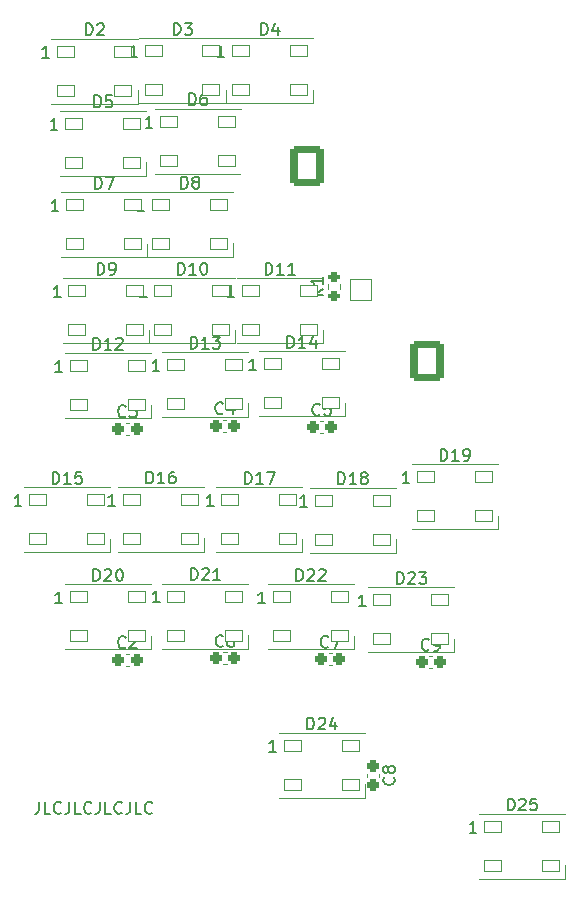
<source format=gbr>
%TF.GenerationSoftware,KiCad,Pcbnew,(6.0.9)*%
%TF.CreationDate,2023-04-01T14:25:18-08:00*%
%TF.ProjectId,LDG WING FOLD PLACARD,4c444720-5749-44e4-9720-464f4c442050,3*%
%TF.SameCoordinates,Original*%
%TF.FileFunction,Legend,Top*%
%TF.FilePolarity,Positive*%
%FSLAX46Y46*%
G04 Gerber Fmt 4.6, Leading zero omitted, Abs format (unit mm)*
G04 Created by KiCad (PCBNEW (6.0.9)) date 2023-04-01 14:25:18*
%MOMM*%
%LPD*%
G01*
G04 APERTURE LIST*
G04 Aperture macros list*
%AMRoundRect*
0 Rectangle with rounded corners*
0 $1 Rounding radius*
0 $2 $3 $4 $5 $6 $7 $8 $9 X,Y pos of 4 corners*
0 Add a 4 corners polygon primitive as box body*
4,1,4,$2,$3,$4,$5,$6,$7,$8,$9,$2,$3,0*
0 Add four circle primitives for the rounded corners*
1,1,$1+$1,$2,$3*
1,1,$1+$1,$4,$5*
1,1,$1+$1,$6,$7*
1,1,$1+$1,$8,$9*
0 Add four rect primitives between the rounded corners*
20,1,$1+$1,$2,$3,$4,$5,0*
20,1,$1+$1,$4,$5,$6,$7,0*
20,1,$1+$1,$6,$7,$8,$9,0*
20,1,$1+$1,$8,$9,$2,$3,0*%
G04 Aperture macros list end*
%ADD10C,0.150000*%
%ADD11C,0.120000*%
%ADD12C,4.400000*%
%ADD13RoundRect,0.275000X-0.225000X-0.250000X0.225000X-0.250000X0.225000X0.250000X-0.225000X0.250000X0*%
%ADD14RoundRect,0.275000X-0.250000X0.225000X-0.250000X-0.225000X0.250000X-0.225000X0.250000X0.225000X0*%
%ADD15RoundRect,0.050000X-0.750000X-0.450000X0.750000X-0.450000X0.750000X0.450000X-0.750000X0.450000X0*%
%ADD16RoundRect,0.250000X0.275000X-0.200000X0.275000X0.200000X-0.275000X0.200000X-0.275000X-0.200000X0*%
%ADD17C,1.900000*%
%ADD18RoundRect,0.050000X-0.900000X-0.900000X0.900000X-0.900000X0.900000X0.900000X-0.900000X0.900000X0*%
%ADD19O,2.800000X3.400000*%
%ADD20RoundRect,0.300001X1.099999X1.399999X-1.099999X1.399999X-1.099999X-1.399999X1.099999X-1.399999X0*%
G04 APERTURE END LIST*
D10*
X149050952Y-100036380D02*
X149050952Y-100750666D01*
X149003333Y-100893523D01*
X148908095Y-100988761D01*
X148765238Y-101036380D01*
X148670000Y-101036380D01*
X150003333Y-101036380D02*
X149527142Y-101036380D01*
X149527142Y-100036380D01*
X150908095Y-100941142D02*
X150860476Y-100988761D01*
X150717619Y-101036380D01*
X150622380Y-101036380D01*
X150479523Y-100988761D01*
X150384285Y-100893523D01*
X150336666Y-100798285D01*
X150289047Y-100607809D01*
X150289047Y-100464952D01*
X150336666Y-100274476D01*
X150384285Y-100179238D01*
X150479523Y-100084000D01*
X150622380Y-100036380D01*
X150717619Y-100036380D01*
X150860476Y-100084000D01*
X150908095Y-100131619D01*
X151622380Y-100036380D02*
X151622380Y-100750666D01*
X151574761Y-100893523D01*
X151479523Y-100988761D01*
X151336666Y-101036380D01*
X151241428Y-101036380D01*
X152574761Y-101036380D02*
X152098571Y-101036380D01*
X152098571Y-100036380D01*
X153479523Y-100941142D02*
X153431904Y-100988761D01*
X153289047Y-101036380D01*
X153193809Y-101036380D01*
X153050952Y-100988761D01*
X152955714Y-100893523D01*
X152908095Y-100798285D01*
X152860476Y-100607809D01*
X152860476Y-100464952D01*
X152908095Y-100274476D01*
X152955714Y-100179238D01*
X153050952Y-100084000D01*
X153193809Y-100036380D01*
X153289047Y-100036380D01*
X153431904Y-100084000D01*
X153479523Y-100131619D01*
X154193809Y-100036380D02*
X154193809Y-100750666D01*
X154146190Y-100893523D01*
X154050952Y-100988761D01*
X153908095Y-101036380D01*
X153812857Y-101036380D01*
X155146190Y-101036380D02*
X154670000Y-101036380D01*
X154670000Y-100036380D01*
X156050952Y-100941142D02*
X156003333Y-100988761D01*
X155860476Y-101036380D01*
X155765238Y-101036380D01*
X155622380Y-100988761D01*
X155527142Y-100893523D01*
X155479523Y-100798285D01*
X155431904Y-100607809D01*
X155431904Y-100464952D01*
X155479523Y-100274476D01*
X155527142Y-100179238D01*
X155622380Y-100084000D01*
X155765238Y-100036380D01*
X155860476Y-100036380D01*
X156003333Y-100084000D01*
X156050952Y-100131619D01*
X156765238Y-100036380D02*
X156765238Y-100750666D01*
X156717619Y-100893523D01*
X156622380Y-100988761D01*
X156479523Y-101036380D01*
X156384285Y-101036380D01*
X157717619Y-101036380D02*
X157241428Y-101036380D01*
X157241428Y-100036380D01*
X158622380Y-100941142D02*
X158574761Y-100988761D01*
X158431904Y-101036380D01*
X158336666Y-101036380D01*
X158193809Y-100988761D01*
X158098571Y-100893523D01*
X158050952Y-100798285D01*
X158003333Y-100607809D01*
X158003333Y-100464952D01*
X158050952Y-100274476D01*
X158098571Y-100179238D01*
X158193809Y-100084000D01*
X158336666Y-100036380D01*
X158431904Y-100036380D01*
X158574761Y-100084000D01*
X158622380Y-100131619D01*
%TO.C,C2*%
X156370833Y-86927142D02*
X156323214Y-86974761D01*
X156180357Y-87022380D01*
X156085119Y-87022380D01*
X155942261Y-86974761D01*
X155847023Y-86879523D01*
X155799404Y-86784285D01*
X155751785Y-86593809D01*
X155751785Y-86450952D01*
X155799404Y-86260476D01*
X155847023Y-86165238D01*
X155942261Y-86070000D01*
X156085119Y-86022380D01*
X156180357Y-86022380D01*
X156323214Y-86070000D01*
X156370833Y-86117619D01*
X156751785Y-86117619D02*
X156799404Y-86070000D01*
X156894642Y-86022380D01*
X157132738Y-86022380D01*
X157227976Y-86070000D01*
X157275595Y-86117619D01*
X157323214Y-86212857D01*
X157323214Y-86308095D01*
X157275595Y-86450952D01*
X156704166Y-87022380D01*
X157323214Y-87022380D01*
%TO.C,C3*%
X156370833Y-67377142D02*
X156323214Y-67424761D01*
X156180357Y-67472380D01*
X156085119Y-67472380D01*
X155942261Y-67424761D01*
X155847023Y-67329523D01*
X155799404Y-67234285D01*
X155751785Y-67043809D01*
X155751785Y-66900952D01*
X155799404Y-66710476D01*
X155847023Y-66615238D01*
X155942261Y-66520000D01*
X156085119Y-66472380D01*
X156180357Y-66472380D01*
X156323214Y-66520000D01*
X156370833Y-66567619D01*
X156704166Y-66472380D02*
X157323214Y-66472380D01*
X156989880Y-66853333D01*
X157132738Y-66853333D01*
X157227976Y-66900952D01*
X157275595Y-66948571D01*
X157323214Y-67043809D01*
X157323214Y-67281904D01*
X157275595Y-67377142D01*
X157227976Y-67424761D01*
X157132738Y-67472380D01*
X156847023Y-67472380D01*
X156751785Y-67424761D01*
X156704166Y-67377142D01*
%TO.C,C4*%
X164605833Y-67117142D02*
X164558214Y-67164761D01*
X164415357Y-67212380D01*
X164320119Y-67212380D01*
X164177261Y-67164761D01*
X164082023Y-67069523D01*
X164034404Y-66974285D01*
X163986785Y-66783809D01*
X163986785Y-66640952D01*
X164034404Y-66450476D01*
X164082023Y-66355238D01*
X164177261Y-66260000D01*
X164320119Y-66212380D01*
X164415357Y-66212380D01*
X164558214Y-66260000D01*
X164605833Y-66307619D01*
X165462976Y-66545714D02*
X165462976Y-67212380D01*
X165224880Y-66164761D02*
X164986785Y-66879047D01*
X165605833Y-66879047D01*
%TO.C,C5*%
X172815833Y-67227142D02*
X172768214Y-67274761D01*
X172625357Y-67322380D01*
X172530119Y-67322380D01*
X172387261Y-67274761D01*
X172292023Y-67179523D01*
X172244404Y-67084285D01*
X172196785Y-66893809D01*
X172196785Y-66750952D01*
X172244404Y-66560476D01*
X172292023Y-66465238D01*
X172387261Y-66370000D01*
X172530119Y-66322380D01*
X172625357Y-66322380D01*
X172768214Y-66370000D01*
X172815833Y-66417619D01*
X173720595Y-66322380D02*
X173244404Y-66322380D01*
X173196785Y-66798571D01*
X173244404Y-66750952D01*
X173339642Y-66703333D01*
X173577738Y-66703333D01*
X173672976Y-66750952D01*
X173720595Y-66798571D01*
X173768214Y-66893809D01*
X173768214Y-67131904D01*
X173720595Y-67227142D01*
X173672976Y-67274761D01*
X173577738Y-67322380D01*
X173339642Y-67322380D01*
X173244404Y-67274761D01*
X173196785Y-67227142D01*
%TO.C,C6*%
X164615833Y-86807142D02*
X164568214Y-86854761D01*
X164425357Y-86902380D01*
X164330119Y-86902380D01*
X164187261Y-86854761D01*
X164092023Y-86759523D01*
X164044404Y-86664285D01*
X163996785Y-86473809D01*
X163996785Y-86330952D01*
X164044404Y-86140476D01*
X164092023Y-86045238D01*
X164187261Y-85950000D01*
X164330119Y-85902380D01*
X164425357Y-85902380D01*
X164568214Y-85950000D01*
X164615833Y-85997619D01*
X165472976Y-85902380D02*
X165282500Y-85902380D01*
X165187261Y-85950000D01*
X165139642Y-85997619D01*
X165044404Y-86140476D01*
X164996785Y-86330952D01*
X164996785Y-86711904D01*
X165044404Y-86807142D01*
X165092023Y-86854761D01*
X165187261Y-86902380D01*
X165377738Y-86902380D01*
X165472976Y-86854761D01*
X165520595Y-86807142D01*
X165568214Y-86711904D01*
X165568214Y-86473809D01*
X165520595Y-86378571D01*
X165472976Y-86330952D01*
X165377738Y-86283333D01*
X165187261Y-86283333D01*
X165092023Y-86330952D01*
X165044404Y-86378571D01*
X164996785Y-86473809D01*
%TO.C,C7*%
X173535833Y-86887142D02*
X173488214Y-86934761D01*
X173345357Y-86982380D01*
X173250119Y-86982380D01*
X173107261Y-86934761D01*
X173012023Y-86839523D01*
X172964404Y-86744285D01*
X172916785Y-86553809D01*
X172916785Y-86410952D01*
X172964404Y-86220476D01*
X173012023Y-86125238D01*
X173107261Y-86030000D01*
X173250119Y-85982380D01*
X173345357Y-85982380D01*
X173488214Y-86030000D01*
X173535833Y-86077619D01*
X173869166Y-85982380D02*
X174535833Y-85982380D01*
X174107261Y-86982380D01*
%TO.C,C8*%
X179087142Y-97956666D02*
X179134761Y-98004285D01*
X179182380Y-98147142D01*
X179182380Y-98242380D01*
X179134761Y-98385238D01*
X179039523Y-98480476D01*
X178944285Y-98528095D01*
X178753809Y-98575714D01*
X178610952Y-98575714D01*
X178420476Y-98528095D01*
X178325238Y-98480476D01*
X178230000Y-98385238D01*
X178182380Y-98242380D01*
X178182380Y-98147142D01*
X178230000Y-98004285D01*
X178277619Y-97956666D01*
X178610952Y-97385238D02*
X178563333Y-97480476D01*
X178515714Y-97528095D01*
X178420476Y-97575714D01*
X178372857Y-97575714D01*
X178277619Y-97528095D01*
X178230000Y-97480476D01*
X178182380Y-97385238D01*
X178182380Y-97194761D01*
X178230000Y-97099523D01*
X178277619Y-97051904D01*
X178372857Y-97004285D01*
X178420476Y-97004285D01*
X178515714Y-97051904D01*
X178563333Y-97099523D01*
X178610952Y-97194761D01*
X178610952Y-97385238D01*
X178658571Y-97480476D01*
X178706190Y-97528095D01*
X178801428Y-97575714D01*
X178991904Y-97575714D01*
X179087142Y-97528095D01*
X179134761Y-97480476D01*
X179182380Y-97385238D01*
X179182380Y-97194761D01*
X179134761Y-97099523D01*
X179087142Y-97051904D01*
X178991904Y-97004285D01*
X178801428Y-97004285D01*
X178706190Y-97051904D01*
X178658571Y-97099523D01*
X178610952Y-97194761D01*
%TO.C,C9*%
X182055833Y-87127142D02*
X182008214Y-87174761D01*
X181865357Y-87222380D01*
X181770119Y-87222380D01*
X181627261Y-87174761D01*
X181532023Y-87079523D01*
X181484404Y-86984285D01*
X181436785Y-86793809D01*
X181436785Y-86650952D01*
X181484404Y-86460476D01*
X181532023Y-86365238D01*
X181627261Y-86270000D01*
X181770119Y-86222380D01*
X181865357Y-86222380D01*
X182008214Y-86270000D01*
X182055833Y-86317619D01*
X182532023Y-87222380D02*
X182722500Y-87222380D01*
X182817738Y-87174761D01*
X182865357Y-87127142D01*
X182960595Y-86984285D01*
X183008214Y-86793809D01*
X183008214Y-86412857D01*
X182960595Y-86317619D01*
X182912976Y-86270000D01*
X182817738Y-86222380D01*
X182627261Y-86222380D01*
X182532023Y-86270000D01*
X182484404Y-86317619D01*
X182436785Y-86412857D01*
X182436785Y-86650952D01*
X182484404Y-86746190D01*
X182532023Y-86793809D01*
X182627261Y-86841428D01*
X182817738Y-86841428D01*
X182912976Y-86793809D01*
X182960595Y-86746190D01*
X183008214Y-86650952D01*
%TO.C,D2*%
X153011904Y-35127380D02*
X153011904Y-34127380D01*
X153250000Y-34127380D01*
X153392857Y-34175000D01*
X153488095Y-34270238D01*
X153535714Y-34365476D01*
X153583333Y-34555952D01*
X153583333Y-34698809D01*
X153535714Y-34889285D01*
X153488095Y-34984523D01*
X153392857Y-35079761D01*
X153250000Y-35127380D01*
X153011904Y-35127380D01*
X153964285Y-34222619D02*
X154011904Y-34175000D01*
X154107142Y-34127380D01*
X154345238Y-34127380D01*
X154440476Y-34175000D01*
X154488095Y-34222619D01*
X154535714Y-34317857D01*
X154535714Y-34413095D01*
X154488095Y-34555952D01*
X153916666Y-35127380D01*
X154535714Y-35127380D01*
X149885714Y-37027380D02*
X149314285Y-37027380D01*
X149600000Y-37027380D02*
X149600000Y-36027380D01*
X149504761Y-36170238D01*
X149409523Y-36265476D01*
X149314285Y-36313095D01*
%TO.C,D3*%
X160461904Y-35102380D02*
X160461904Y-34102380D01*
X160700000Y-34102380D01*
X160842857Y-34150000D01*
X160938095Y-34245238D01*
X160985714Y-34340476D01*
X161033333Y-34530952D01*
X161033333Y-34673809D01*
X160985714Y-34864285D01*
X160938095Y-34959523D01*
X160842857Y-35054761D01*
X160700000Y-35102380D01*
X160461904Y-35102380D01*
X161366666Y-34102380D02*
X161985714Y-34102380D01*
X161652380Y-34483333D01*
X161795238Y-34483333D01*
X161890476Y-34530952D01*
X161938095Y-34578571D01*
X161985714Y-34673809D01*
X161985714Y-34911904D01*
X161938095Y-35007142D01*
X161890476Y-35054761D01*
X161795238Y-35102380D01*
X161509523Y-35102380D01*
X161414285Y-35054761D01*
X161366666Y-35007142D01*
X157335714Y-37002380D02*
X156764285Y-37002380D01*
X157050000Y-37002380D02*
X157050000Y-36002380D01*
X156954761Y-36145238D01*
X156859523Y-36240476D01*
X156764285Y-36288095D01*
%TO.C,D4*%
X167861904Y-35102380D02*
X167861904Y-34102380D01*
X168100000Y-34102380D01*
X168242857Y-34150000D01*
X168338095Y-34245238D01*
X168385714Y-34340476D01*
X168433333Y-34530952D01*
X168433333Y-34673809D01*
X168385714Y-34864285D01*
X168338095Y-34959523D01*
X168242857Y-35054761D01*
X168100000Y-35102380D01*
X167861904Y-35102380D01*
X169290476Y-34435714D02*
X169290476Y-35102380D01*
X169052380Y-34054761D02*
X168814285Y-34769047D01*
X169433333Y-34769047D01*
X164735714Y-37002380D02*
X164164285Y-37002380D01*
X164450000Y-37002380D02*
X164450000Y-36002380D01*
X164354761Y-36145238D01*
X164259523Y-36240476D01*
X164164285Y-36288095D01*
%TO.C,D5*%
X153736904Y-41227380D02*
X153736904Y-40227380D01*
X153975000Y-40227380D01*
X154117857Y-40275000D01*
X154213095Y-40370238D01*
X154260714Y-40465476D01*
X154308333Y-40655952D01*
X154308333Y-40798809D01*
X154260714Y-40989285D01*
X154213095Y-41084523D01*
X154117857Y-41179761D01*
X153975000Y-41227380D01*
X153736904Y-41227380D01*
X155213095Y-40227380D02*
X154736904Y-40227380D01*
X154689285Y-40703571D01*
X154736904Y-40655952D01*
X154832142Y-40608333D01*
X155070238Y-40608333D01*
X155165476Y-40655952D01*
X155213095Y-40703571D01*
X155260714Y-40798809D01*
X155260714Y-41036904D01*
X155213095Y-41132142D01*
X155165476Y-41179761D01*
X155070238Y-41227380D01*
X154832142Y-41227380D01*
X154736904Y-41179761D01*
X154689285Y-41132142D01*
X150610714Y-43127380D02*
X150039285Y-43127380D01*
X150325000Y-43127380D02*
X150325000Y-42127380D01*
X150229761Y-42270238D01*
X150134523Y-42365476D01*
X150039285Y-42413095D01*
%TO.C,D6*%
X161761904Y-41052380D02*
X161761904Y-40052380D01*
X162000000Y-40052380D01*
X162142857Y-40100000D01*
X162238095Y-40195238D01*
X162285714Y-40290476D01*
X162333333Y-40480952D01*
X162333333Y-40623809D01*
X162285714Y-40814285D01*
X162238095Y-40909523D01*
X162142857Y-41004761D01*
X162000000Y-41052380D01*
X161761904Y-41052380D01*
X163190476Y-40052380D02*
X163000000Y-40052380D01*
X162904761Y-40100000D01*
X162857142Y-40147619D01*
X162761904Y-40290476D01*
X162714285Y-40480952D01*
X162714285Y-40861904D01*
X162761904Y-40957142D01*
X162809523Y-41004761D01*
X162904761Y-41052380D01*
X163095238Y-41052380D01*
X163190476Y-41004761D01*
X163238095Y-40957142D01*
X163285714Y-40861904D01*
X163285714Y-40623809D01*
X163238095Y-40528571D01*
X163190476Y-40480952D01*
X163095238Y-40433333D01*
X162904761Y-40433333D01*
X162809523Y-40480952D01*
X162761904Y-40528571D01*
X162714285Y-40623809D01*
X158635714Y-42952380D02*
X158064285Y-42952380D01*
X158350000Y-42952380D02*
X158350000Y-41952380D01*
X158254761Y-42095238D01*
X158159523Y-42190476D01*
X158064285Y-42238095D01*
%TO.C,D7*%
X153811904Y-48127380D02*
X153811904Y-47127380D01*
X154050000Y-47127380D01*
X154192857Y-47175000D01*
X154288095Y-47270238D01*
X154335714Y-47365476D01*
X154383333Y-47555952D01*
X154383333Y-47698809D01*
X154335714Y-47889285D01*
X154288095Y-47984523D01*
X154192857Y-48079761D01*
X154050000Y-48127380D01*
X153811904Y-48127380D01*
X154716666Y-47127380D02*
X155383333Y-47127380D01*
X154954761Y-48127380D01*
X150685714Y-50027380D02*
X150114285Y-50027380D01*
X150400000Y-50027380D02*
X150400000Y-49027380D01*
X150304761Y-49170238D01*
X150209523Y-49265476D01*
X150114285Y-49313095D01*
%TO.C,D8*%
X161086904Y-48102380D02*
X161086904Y-47102380D01*
X161325000Y-47102380D01*
X161467857Y-47150000D01*
X161563095Y-47245238D01*
X161610714Y-47340476D01*
X161658333Y-47530952D01*
X161658333Y-47673809D01*
X161610714Y-47864285D01*
X161563095Y-47959523D01*
X161467857Y-48054761D01*
X161325000Y-48102380D01*
X161086904Y-48102380D01*
X162229761Y-47530952D02*
X162134523Y-47483333D01*
X162086904Y-47435714D01*
X162039285Y-47340476D01*
X162039285Y-47292857D01*
X162086904Y-47197619D01*
X162134523Y-47150000D01*
X162229761Y-47102380D01*
X162420238Y-47102380D01*
X162515476Y-47150000D01*
X162563095Y-47197619D01*
X162610714Y-47292857D01*
X162610714Y-47340476D01*
X162563095Y-47435714D01*
X162515476Y-47483333D01*
X162420238Y-47530952D01*
X162229761Y-47530952D01*
X162134523Y-47578571D01*
X162086904Y-47626190D01*
X162039285Y-47721428D01*
X162039285Y-47911904D01*
X162086904Y-48007142D01*
X162134523Y-48054761D01*
X162229761Y-48102380D01*
X162420238Y-48102380D01*
X162515476Y-48054761D01*
X162563095Y-48007142D01*
X162610714Y-47911904D01*
X162610714Y-47721428D01*
X162563095Y-47626190D01*
X162515476Y-47578571D01*
X162420238Y-47530952D01*
X157960714Y-50002380D02*
X157389285Y-50002380D01*
X157675000Y-50002380D02*
X157675000Y-49002380D01*
X157579761Y-49145238D01*
X157484523Y-49240476D01*
X157389285Y-49288095D01*
%TO.C,D9*%
X154011904Y-55402380D02*
X154011904Y-54402380D01*
X154250000Y-54402380D01*
X154392857Y-54450000D01*
X154488095Y-54545238D01*
X154535714Y-54640476D01*
X154583333Y-54830952D01*
X154583333Y-54973809D01*
X154535714Y-55164285D01*
X154488095Y-55259523D01*
X154392857Y-55354761D01*
X154250000Y-55402380D01*
X154011904Y-55402380D01*
X155059523Y-55402380D02*
X155250000Y-55402380D01*
X155345238Y-55354761D01*
X155392857Y-55307142D01*
X155488095Y-55164285D01*
X155535714Y-54973809D01*
X155535714Y-54592857D01*
X155488095Y-54497619D01*
X155440476Y-54450000D01*
X155345238Y-54402380D01*
X155154761Y-54402380D01*
X155059523Y-54450000D01*
X155011904Y-54497619D01*
X154964285Y-54592857D01*
X154964285Y-54830952D01*
X155011904Y-54926190D01*
X155059523Y-54973809D01*
X155154761Y-55021428D01*
X155345238Y-55021428D01*
X155440476Y-54973809D01*
X155488095Y-54926190D01*
X155535714Y-54830952D01*
X150885714Y-57302380D02*
X150314285Y-57302380D01*
X150600000Y-57302380D02*
X150600000Y-56302380D01*
X150504761Y-56445238D01*
X150409523Y-56540476D01*
X150314285Y-56588095D01*
%TO.C,D10*%
X160810714Y-55402380D02*
X160810714Y-54402380D01*
X161048809Y-54402380D01*
X161191666Y-54450000D01*
X161286904Y-54545238D01*
X161334523Y-54640476D01*
X161382142Y-54830952D01*
X161382142Y-54973809D01*
X161334523Y-55164285D01*
X161286904Y-55259523D01*
X161191666Y-55354761D01*
X161048809Y-55402380D01*
X160810714Y-55402380D01*
X162334523Y-55402380D02*
X161763095Y-55402380D01*
X162048809Y-55402380D02*
X162048809Y-54402380D01*
X161953571Y-54545238D01*
X161858333Y-54640476D01*
X161763095Y-54688095D01*
X162953571Y-54402380D02*
X163048809Y-54402380D01*
X163144047Y-54450000D01*
X163191666Y-54497619D01*
X163239285Y-54592857D01*
X163286904Y-54783333D01*
X163286904Y-55021428D01*
X163239285Y-55211904D01*
X163191666Y-55307142D01*
X163144047Y-55354761D01*
X163048809Y-55402380D01*
X162953571Y-55402380D01*
X162858333Y-55354761D01*
X162810714Y-55307142D01*
X162763095Y-55211904D01*
X162715476Y-55021428D01*
X162715476Y-54783333D01*
X162763095Y-54592857D01*
X162810714Y-54497619D01*
X162858333Y-54450000D01*
X162953571Y-54402380D01*
X158160714Y-57302380D02*
X157589285Y-57302380D01*
X157875000Y-57302380D02*
X157875000Y-56302380D01*
X157779761Y-56445238D01*
X157684523Y-56540476D01*
X157589285Y-56588095D01*
%TO.C,D11*%
X168235714Y-55402380D02*
X168235714Y-54402380D01*
X168473809Y-54402380D01*
X168616666Y-54450000D01*
X168711904Y-54545238D01*
X168759523Y-54640476D01*
X168807142Y-54830952D01*
X168807142Y-54973809D01*
X168759523Y-55164285D01*
X168711904Y-55259523D01*
X168616666Y-55354761D01*
X168473809Y-55402380D01*
X168235714Y-55402380D01*
X169759523Y-55402380D02*
X169188095Y-55402380D01*
X169473809Y-55402380D02*
X169473809Y-54402380D01*
X169378571Y-54545238D01*
X169283333Y-54640476D01*
X169188095Y-54688095D01*
X170711904Y-55402380D02*
X170140476Y-55402380D01*
X170426190Y-55402380D02*
X170426190Y-54402380D01*
X170330952Y-54545238D01*
X170235714Y-54640476D01*
X170140476Y-54688095D01*
X165585714Y-57302380D02*
X165014285Y-57302380D01*
X165300000Y-57302380D02*
X165300000Y-56302380D01*
X165204761Y-56445238D01*
X165109523Y-56540476D01*
X165014285Y-56588095D01*
%TO.C,D12*%
X153660714Y-61752380D02*
X153660714Y-60752380D01*
X153898809Y-60752380D01*
X154041666Y-60800000D01*
X154136904Y-60895238D01*
X154184523Y-60990476D01*
X154232142Y-61180952D01*
X154232142Y-61323809D01*
X154184523Y-61514285D01*
X154136904Y-61609523D01*
X154041666Y-61704761D01*
X153898809Y-61752380D01*
X153660714Y-61752380D01*
X155184523Y-61752380D02*
X154613095Y-61752380D01*
X154898809Y-61752380D02*
X154898809Y-60752380D01*
X154803571Y-60895238D01*
X154708333Y-60990476D01*
X154613095Y-61038095D01*
X155565476Y-60847619D02*
X155613095Y-60800000D01*
X155708333Y-60752380D01*
X155946428Y-60752380D01*
X156041666Y-60800000D01*
X156089285Y-60847619D01*
X156136904Y-60942857D01*
X156136904Y-61038095D01*
X156089285Y-61180952D01*
X155517857Y-61752380D01*
X156136904Y-61752380D01*
X151010714Y-63652380D02*
X150439285Y-63652380D01*
X150725000Y-63652380D02*
X150725000Y-62652380D01*
X150629761Y-62795238D01*
X150534523Y-62890476D01*
X150439285Y-62938095D01*
%TO.C,R1*%
X173052380Y-56574166D02*
X172576190Y-56907500D01*
X173052380Y-57145595D02*
X172052380Y-57145595D01*
X172052380Y-56764642D01*
X172100000Y-56669404D01*
X172147619Y-56621785D01*
X172242857Y-56574166D01*
X172385714Y-56574166D01*
X172480952Y-56621785D01*
X172528571Y-56669404D01*
X172576190Y-56764642D01*
X172576190Y-57145595D01*
X173052380Y-55621785D02*
X173052380Y-56193214D01*
X173052380Y-55907500D02*
X172052380Y-55907500D01*
X172195238Y-56002738D01*
X172290476Y-56097976D01*
X172338095Y-56193214D01*
%TO.C,D13*%
X161885714Y-61652380D02*
X161885714Y-60652380D01*
X162123809Y-60652380D01*
X162266666Y-60700000D01*
X162361904Y-60795238D01*
X162409523Y-60890476D01*
X162457142Y-61080952D01*
X162457142Y-61223809D01*
X162409523Y-61414285D01*
X162361904Y-61509523D01*
X162266666Y-61604761D01*
X162123809Y-61652380D01*
X161885714Y-61652380D01*
X163409523Y-61652380D02*
X162838095Y-61652380D01*
X163123809Y-61652380D02*
X163123809Y-60652380D01*
X163028571Y-60795238D01*
X162933333Y-60890476D01*
X162838095Y-60938095D01*
X163742857Y-60652380D02*
X164361904Y-60652380D01*
X164028571Y-61033333D01*
X164171428Y-61033333D01*
X164266666Y-61080952D01*
X164314285Y-61128571D01*
X164361904Y-61223809D01*
X164361904Y-61461904D01*
X164314285Y-61557142D01*
X164266666Y-61604761D01*
X164171428Y-61652380D01*
X163885714Y-61652380D01*
X163790476Y-61604761D01*
X163742857Y-61557142D01*
X159235714Y-63552380D02*
X158664285Y-63552380D01*
X158950000Y-63552380D02*
X158950000Y-62552380D01*
X158854761Y-62695238D01*
X158759523Y-62790476D01*
X158664285Y-62838095D01*
%TO.C,D14*%
X170085714Y-61602380D02*
X170085714Y-60602380D01*
X170323809Y-60602380D01*
X170466666Y-60650000D01*
X170561904Y-60745238D01*
X170609523Y-60840476D01*
X170657142Y-61030952D01*
X170657142Y-61173809D01*
X170609523Y-61364285D01*
X170561904Y-61459523D01*
X170466666Y-61554761D01*
X170323809Y-61602380D01*
X170085714Y-61602380D01*
X171609523Y-61602380D02*
X171038095Y-61602380D01*
X171323809Y-61602380D02*
X171323809Y-60602380D01*
X171228571Y-60745238D01*
X171133333Y-60840476D01*
X171038095Y-60888095D01*
X172466666Y-60935714D02*
X172466666Y-61602380D01*
X172228571Y-60554761D02*
X171990476Y-61269047D01*
X172609523Y-61269047D01*
X167435714Y-63502380D02*
X166864285Y-63502380D01*
X167150000Y-63502380D02*
X167150000Y-62502380D01*
X167054761Y-62645238D01*
X166959523Y-62740476D01*
X166864285Y-62788095D01*
%TO.C,D15*%
X150210714Y-73102380D02*
X150210714Y-72102380D01*
X150448809Y-72102380D01*
X150591666Y-72150000D01*
X150686904Y-72245238D01*
X150734523Y-72340476D01*
X150782142Y-72530952D01*
X150782142Y-72673809D01*
X150734523Y-72864285D01*
X150686904Y-72959523D01*
X150591666Y-73054761D01*
X150448809Y-73102380D01*
X150210714Y-73102380D01*
X151734523Y-73102380D02*
X151163095Y-73102380D01*
X151448809Y-73102380D02*
X151448809Y-72102380D01*
X151353571Y-72245238D01*
X151258333Y-72340476D01*
X151163095Y-72388095D01*
X152639285Y-72102380D02*
X152163095Y-72102380D01*
X152115476Y-72578571D01*
X152163095Y-72530952D01*
X152258333Y-72483333D01*
X152496428Y-72483333D01*
X152591666Y-72530952D01*
X152639285Y-72578571D01*
X152686904Y-72673809D01*
X152686904Y-72911904D01*
X152639285Y-73007142D01*
X152591666Y-73054761D01*
X152496428Y-73102380D01*
X152258333Y-73102380D01*
X152163095Y-73054761D01*
X152115476Y-73007142D01*
X147560714Y-75002380D02*
X146989285Y-75002380D01*
X147275000Y-75002380D02*
X147275000Y-74002380D01*
X147179761Y-74145238D01*
X147084523Y-74240476D01*
X146989285Y-74288095D01*
%TO.C,D16*%
X158135714Y-73077380D02*
X158135714Y-72077380D01*
X158373809Y-72077380D01*
X158516666Y-72125000D01*
X158611904Y-72220238D01*
X158659523Y-72315476D01*
X158707142Y-72505952D01*
X158707142Y-72648809D01*
X158659523Y-72839285D01*
X158611904Y-72934523D01*
X158516666Y-73029761D01*
X158373809Y-73077380D01*
X158135714Y-73077380D01*
X159659523Y-73077380D02*
X159088095Y-73077380D01*
X159373809Y-73077380D02*
X159373809Y-72077380D01*
X159278571Y-72220238D01*
X159183333Y-72315476D01*
X159088095Y-72363095D01*
X160516666Y-72077380D02*
X160326190Y-72077380D01*
X160230952Y-72125000D01*
X160183333Y-72172619D01*
X160088095Y-72315476D01*
X160040476Y-72505952D01*
X160040476Y-72886904D01*
X160088095Y-72982142D01*
X160135714Y-73029761D01*
X160230952Y-73077380D01*
X160421428Y-73077380D01*
X160516666Y-73029761D01*
X160564285Y-72982142D01*
X160611904Y-72886904D01*
X160611904Y-72648809D01*
X160564285Y-72553571D01*
X160516666Y-72505952D01*
X160421428Y-72458333D01*
X160230952Y-72458333D01*
X160135714Y-72505952D01*
X160088095Y-72553571D01*
X160040476Y-72648809D01*
X155485714Y-74977380D02*
X154914285Y-74977380D01*
X155200000Y-74977380D02*
X155200000Y-73977380D01*
X155104761Y-74120238D01*
X155009523Y-74215476D01*
X154914285Y-74263095D01*
%TO.C,D17*%
X166485714Y-73102380D02*
X166485714Y-72102380D01*
X166723809Y-72102380D01*
X166866666Y-72150000D01*
X166961904Y-72245238D01*
X167009523Y-72340476D01*
X167057142Y-72530952D01*
X167057142Y-72673809D01*
X167009523Y-72864285D01*
X166961904Y-72959523D01*
X166866666Y-73054761D01*
X166723809Y-73102380D01*
X166485714Y-73102380D01*
X168009523Y-73102380D02*
X167438095Y-73102380D01*
X167723809Y-73102380D02*
X167723809Y-72102380D01*
X167628571Y-72245238D01*
X167533333Y-72340476D01*
X167438095Y-72388095D01*
X168342857Y-72102380D02*
X169009523Y-72102380D01*
X168580952Y-73102380D01*
X163835714Y-75002380D02*
X163264285Y-75002380D01*
X163550000Y-75002380D02*
X163550000Y-74002380D01*
X163454761Y-74145238D01*
X163359523Y-74240476D01*
X163264285Y-74288095D01*
%TO.C,D18*%
X174385714Y-73127380D02*
X174385714Y-72127380D01*
X174623809Y-72127380D01*
X174766666Y-72175000D01*
X174861904Y-72270238D01*
X174909523Y-72365476D01*
X174957142Y-72555952D01*
X174957142Y-72698809D01*
X174909523Y-72889285D01*
X174861904Y-72984523D01*
X174766666Y-73079761D01*
X174623809Y-73127380D01*
X174385714Y-73127380D01*
X175909523Y-73127380D02*
X175338095Y-73127380D01*
X175623809Y-73127380D02*
X175623809Y-72127380D01*
X175528571Y-72270238D01*
X175433333Y-72365476D01*
X175338095Y-72413095D01*
X176480952Y-72555952D02*
X176385714Y-72508333D01*
X176338095Y-72460714D01*
X176290476Y-72365476D01*
X176290476Y-72317857D01*
X176338095Y-72222619D01*
X176385714Y-72175000D01*
X176480952Y-72127380D01*
X176671428Y-72127380D01*
X176766666Y-72175000D01*
X176814285Y-72222619D01*
X176861904Y-72317857D01*
X176861904Y-72365476D01*
X176814285Y-72460714D01*
X176766666Y-72508333D01*
X176671428Y-72555952D01*
X176480952Y-72555952D01*
X176385714Y-72603571D01*
X176338095Y-72651190D01*
X176290476Y-72746428D01*
X176290476Y-72936904D01*
X176338095Y-73032142D01*
X176385714Y-73079761D01*
X176480952Y-73127380D01*
X176671428Y-73127380D01*
X176766666Y-73079761D01*
X176814285Y-73032142D01*
X176861904Y-72936904D01*
X176861904Y-72746428D01*
X176814285Y-72651190D01*
X176766666Y-72603571D01*
X176671428Y-72555952D01*
X171735714Y-75027380D02*
X171164285Y-75027380D01*
X171450000Y-75027380D02*
X171450000Y-74027380D01*
X171354761Y-74170238D01*
X171259523Y-74265476D01*
X171164285Y-74313095D01*
%TO.C,D19*%
X183060714Y-71152380D02*
X183060714Y-70152380D01*
X183298809Y-70152380D01*
X183441666Y-70200000D01*
X183536904Y-70295238D01*
X183584523Y-70390476D01*
X183632142Y-70580952D01*
X183632142Y-70723809D01*
X183584523Y-70914285D01*
X183536904Y-71009523D01*
X183441666Y-71104761D01*
X183298809Y-71152380D01*
X183060714Y-71152380D01*
X184584523Y-71152380D02*
X184013095Y-71152380D01*
X184298809Y-71152380D02*
X184298809Y-70152380D01*
X184203571Y-70295238D01*
X184108333Y-70390476D01*
X184013095Y-70438095D01*
X185060714Y-71152380D02*
X185251190Y-71152380D01*
X185346428Y-71104761D01*
X185394047Y-71057142D01*
X185489285Y-70914285D01*
X185536904Y-70723809D01*
X185536904Y-70342857D01*
X185489285Y-70247619D01*
X185441666Y-70200000D01*
X185346428Y-70152380D01*
X185155952Y-70152380D01*
X185060714Y-70200000D01*
X185013095Y-70247619D01*
X184965476Y-70342857D01*
X184965476Y-70580952D01*
X185013095Y-70676190D01*
X185060714Y-70723809D01*
X185155952Y-70771428D01*
X185346428Y-70771428D01*
X185441666Y-70723809D01*
X185489285Y-70676190D01*
X185536904Y-70580952D01*
X180410714Y-73052380D02*
X179839285Y-73052380D01*
X180125000Y-73052380D02*
X180125000Y-72052380D01*
X180029761Y-72195238D01*
X179934523Y-72290476D01*
X179839285Y-72338095D01*
%TO.C,D20*%
X153660714Y-81327380D02*
X153660714Y-80327380D01*
X153898809Y-80327380D01*
X154041666Y-80375000D01*
X154136904Y-80470238D01*
X154184523Y-80565476D01*
X154232142Y-80755952D01*
X154232142Y-80898809D01*
X154184523Y-81089285D01*
X154136904Y-81184523D01*
X154041666Y-81279761D01*
X153898809Y-81327380D01*
X153660714Y-81327380D01*
X154613095Y-80422619D02*
X154660714Y-80375000D01*
X154755952Y-80327380D01*
X154994047Y-80327380D01*
X155089285Y-80375000D01*
X155136904Y-80422619D01*
X155184523Y-80517857D01*
X155184523Y-80613095D01*
X155136904Y-80755952D01*
X154565476Y-81327380D01*
X155184523Y-81327380D01*
X155803571Y-80327380D02*
X155898809Y-80327380D01*
X155994047Y-80375000D01*
X156041666Y-80422619D01*
X156089285Y-80517857D01*
X156136904Y-80708333D01*
X156136904Y-80946428D01*
X156089285Y-81136904D01*
X156041666Y-81232142D01*
X155994047Y-81279761D01*
X155898809Y-81327380D01*
X155803571Y-81327380D01*
X155708333Y-81279761D01*
X155660714Y-81232142D01*
X155613095Y-81136904D01*
X155565476Y-80946428D01*
X155565476Y-80708333D01*
X155613095Y-80517857D01*
X155660714Y-80422619D01*
X155708333Y-80375000D01*
X155803571Y-80327380D01*
X151010714Y-83227380D02*
X150439285Y-83227380D01*
X150725000Y-83227380D02*
X150725000Y-82227380D01*
X150629761Y-82370238D01*
X150534523Y-82465476D01*
X150439285Y-82513095D01*
%TO.C,D21*%
X161910714Y-81252380D02*
X161910714Y-80252380D01*
X162148809Y-80252380D01*
X162291666Y-80300000D01*
X162386904Y-80395238D01*
X162434523Y-80490476D01*
X162482142Y-80680952D01*
X162482142Y-80823809D01*
X162434523Y-81014285D01*
X162386904Y-81109523D01*
X162291666Y-81204761D01*
X162148809Y-81252380D01*
X161910714Y-81252380D01*
X162863095Y-80347619D02*
X162910714Y-80300000D01*
X163005952Y-80252380D01*
X163244047Y-80252380D01*
X163339285Y-80300000D01*
X163386904Y-80347619D01*
X163434523Y-80442857D01*
X163434523Y-80538095D01*
X163386904Y-80680952D01*
X162815476Y-81252380D01*
X163434523Y-81252380D01*
X164386904Y-81252380D02*
X163815476Y-81252380D01*
X164101190Y-81252380D02*
X164101190Y-80252380D01*
X164005952Y-80395238D01*
X163910714Y-80490476D01*
X163815476Y-80538095D01*
X159260714Y-83152380D02*
X158689285Y-83152380D01*
X158975000Y-83152380D02*
X158975000Y-82152380D01*
X158879761Y-82295238D01*
X158784523Y-82390476D01*
X158689285Y-82438095D01*
%TO.C,D22*%
X170835714Y-81327380D02*
X170835714Y-80327380D01*
X171073809Y-80327380D01*
X171216666Y-80375000D01*
X171311904Y-80470238D01*
X171359523Y-80565476D01*
X171407142Y-80755952D01*
X171407142Y-80898809D01*
X171359523Y-81089285D01*
X171311904Y-81184523D01*
X171216666Y-81279761D01*
X171073809Y-81327380D01*
X170835714Y-81327380D01*
X171788095Y-80422619D02*
X171835714Y-80375000D01*
X171930952Y-80327380D01*
X172169047Y-80327380D01*
X172264285Y-80375000D01*
X172311904Y-80422619D01*
X172359523Y-80517857D01*
X172359523Y-80613095D01*
X172311904Y-80755952D01*
X171740476Y-81327380D01*
X172359523Y-81327380D01*
X172740476Y-80422619D02*
X172788095Y-80375000D01*
X172883333Y-80327380D01*
X173121428Y-80327380D01*
X173216666Y-80375000D01*
X173264285Y-80422619D01*
X173311904Y-80517857D01*
X173311904Y-80613095D01*
X173264285Y-80755952D01*
X172692857Y-81327380D01*
X173311904Y-81327380D01*
X168185714Y-83227380D02*
X167614285Y-83227380D01*
X167900000Y-83227380D02*
X167900000Y-82227380D01*
X167804761Y-82370238D01*
X167709523Y-82465476D01*
X167614285Y-82513095D01*
%TO.C,D25*%
X188735714Y-100752380D02*
X188735714Y-99752380D01*
X188973809Y-99752380D01*
X189116666Y-99800000D01*
X189211904Y-99895238D01*
X189259523Y-99990476D01*
X189307142Y-100180952D01*
X189307142Y-100323809D01*
X189259523Y-100514285D01*
X189211904Y-100609523D01*
X189116666Y-100704761D01*
X188973809Y-100752380D01*
X188735714Y-100752380D01*
X189688095Y-99847619D02*
X189735714Y-99800000D01*
X189830952Y-99752380D01*
X190069047Y-99752380D01*
X190164285Y-99800000D01*
X190211904Y-99847619D01*
X190259523Y-99942857D01*
X190259523Y-100038095D01*
X190211904Y-100180952D01*
X189640476Y-100752380D01*
X190259523Y-100752380D01*
X191164285Y-99752380D02*
X190688095Y-99752380D01*
X190640476Y-100228571D01*
X190688095Y-100180952D01*
X190783333Y-100133333D01*
X191021428Y-100133333D01*
X191116666Y-100180952D01*
X191164285Y-100228571D01*
X191211904Y-100323809D01*
X191211904Y-100561904D01*
X191164285Y-100657142D01*
X191116666Y-100704761D01*
X191021428Y-100752380D01*
X190783333Y-100752380D01*
X190688095Y-100704761D01*
X190640476Y-100657142D01*
X186085714Y-102652380D02*
X185514285Y-102652380D01*
X185800000Y-102652380D02*
X185800000Y-101652380D01*
X185704761Y-101795238D01*
X185609523Y-101890476D01*
X185514285Y-101938095D01*
%TO.C,D23*%
X179360714Y-81577380D02*
X179360714Y-80577380D01*
X179598809Y-80577380D01*
X179741666Y-80625000D01*
X179836904Y-80720238D01*
X179884523Y-80815476D01*
X179932142Y-81005952D01*
X179932142Y-81148809D01*
X179884523Y-81339285D01*
X179836904Y-81434523D01*
X179741666Y-81529761D01*
X179598809Y-81577380D01*
X179360714Y-81577380D01*
X180313095Y-80672619D02*
X180360714Y-80625000D01*
X180455952Y-80577380D01*
X180694047Y-80577380D01*
X180789285Y-80625000D01*
X180836904Y-80672619D01*
X180884523Y-80767857D01*
X180884523Y-80863095D01*
X180836904Y-81005952D01*
X180265476Y-81577380D01*
X180884523Y-81577380D01*
X181217857Y-80577380D02*
X181836904Y-80577380D01*
X181503571Y-80958333D01*
X181646428Y-80958333D01*
X181741666Y-81005952D01*
X181789285Y-81053571D01*
X181836904Y-81148809D01*
X181836904Y-81386904D01*
X181789285Y-81482142D01*
X181741666Y-81529761D01*
X181646428Y-81577380D01*
X181360714Y-81577380D01*
X181265476Y-81529761D01*
X181217857Y-81482142D01*
X176710714Y-83477380D02*
X176139285Y-83477380D01*
X176425000Y-83477380D02*
X176425000Y-82477380D01*
X176329761Y-82620238D01*
X176234523Y-82715476D01*
X176139285Y-82763095D01*
%TO.C,D24*%
X171760714Y-93902380D02*
X171760714Y-92902380D01*
X171998809Y-92902380D01*
X172141666Y-92950000D01*
X172236904Y-93045238D01*
X172284523Y-93140476D01*
X172332142Y-93330952D01*
X172332142Y-93473809D01*
X172284523Y-93664285D01*
X172236904Y-93759523D01*
X172141666Y-93854761D01*
X171998809Y-93902380D01*
X171760714Y-93902380D01*
X172713095Y-92997619D02*
X172760714Y-92950000D01*
X172855952Y-92902380D01*
X173094047Y-92902380D01*
X173189285Y-92950000D01*
X173236904Y-92997619D01*
X173284523Y-93092857D01*
X173284523Y-93188095D01*
X173236904Y-93330952D01*
X172665476Y-93902380D01*
X173284523Y-93902380D01*
X174141666Y-93235714D02*
X174141666Y-93902380D01*
X173903571Y-92854761D02*
X173665476Y-93569047D01*
X174284523Y-93569047D01*
X169110714Y-95802380D02*
X168539285Y-95802380D01*
X168825000Y-95802380D02*
X168825000Y-94802380D01*
X168729761Y-94945238D01*
X168634523Y-95040476D01*
X168539285Y-95088095D01*
D11*
%TO.C,C2*%
X156396920Y-88510000D02*
X156678080Y-88510000D01*
X156396920Y-87490000D02*
X156678080Y-87490000D01*
%TO.C,C3*%
X156396920Y-68960000D02*
X156678080Y-68960000D01*
X156396920Y-67940000D02*
X156678080Y-67940000D01*
%TO.C,C4*%
X164631920Y-68700000D02*
X164913080Y-68700000D01*
X164631920Y-67680000D02*
X164913080Y-67680000D01*
%TO.C,C5*%
X172841920Y-67790000D02*
X173123080Y-67790000D01*
X172841920Y-68810000D02*
X173123080Y-68810000D01*
%TO.C,C6*%
X164641920Y-88390000D02*
X164923080Y-88390000D01*
X164641920Y-87370000D02*
X164923080Y-87370000D01*
%TO.C,C7*%
X173561920Y-88470000D02*
X173843080Y-88470000D01*
X173561920Y-87450000D02*
X173843080Y-87450000D01*
%TO.C,C8*%
X176790000Y-97649420D02*
X176790000Y-97930580D01*
X177810000Y-97649420D02*
X177810000Y-97930580D01*
%TO.C,C9*%
X182081920Y-88710000D02*
X182363080Y-88710000D01*
X182081920Y-87690000D02*
X182363080Y-87690000D01*
%TO.C,D2*%
X150100000Y-35425000D02*
X157400000Y-35425000D01*
X150100000Y-40925000D02*
X157400000Y-40925000D01*
X157400000Y-40925000D02*
X157400000Y-39775000D01*
%TO.C,D3*%
X157550000Y-35400000D02*
X164850000Y-35400000D01*
X157550000Y-40900000D02*
X164850000Y-40900000D01*
X164850000Y-40900000D02*
X164850000Y-39750000D01*
%TO.C,D4*%
X164950000Y-35400000D02*
X172250000Y-35400000D01*
X164950000Y-40900000D02*
X172250000Y-40900000D01*
X172250000Y-40900000D02*
X172250000Y-39750000D01*
%TO.C,D5*%
X150825000Y-41525000D02*
X158125000Y-41525000D01*
X150825000Y-47025000D02*
X158125000Y-47025000D01*
X158125000Y-47025000D02*
X158125000Y-45875000D01*
%TO.C,D6*%
X158850000Y-41350000D02*
X166150000Y-41350000D01*
X158850000Y-46850000D02*
X166150000Y-46850000D01*
X166150000Y-46850000D02*
X166150000Y-45700000D01*
%TO.C,D7*%
X150900000Y-48425000D02*
X158200000Y-48425000D01*
X150900000Y-53925000D02*
X158200000Y-53925000D01*
X158200000Y-53925000D02*
X158200000Y-52775000D01*
%TO.C,D8*%
X158175000Y-48400000D02*
X165475000Y-48400000D01*
X158175000Y-53900000D02*
X165475000Y-53900000D01*
X165475000Y-53900000D02*
X165475000Y-52750000D01*
%TO.C,D9*%
X151100000Y-55700000D02*
X158400000Y-55700000D01*
X151100000Y-61200000D02*
X158400000Y-61200000D01*
X158400000Y-61200000D02*
X158400000Y-60050000D01*
%TO.C,D10*%
X158375000Y-55700000D02*
X165675000Y-55700000D01*
X158375000Y-61200000D02*
X165675000Y-61200000D01*
X165675000Y-61200000D02*
X165675000Y-60050000D01*
%TO.C,D11*%
X165800000Y-55700000D02*
X173100000Y-55700000D01*
X165800000Y-61200000D02*
X173100000Y-61200000D01*
X173100000Y-61200000D02*
X173100000Y-60050000D01*
%TO.C,D12*%
X151225000Y-62050000D02*
X158525000Y-62050000D01*
X151225000Y-67550000D02*
X158525000Y-67550000D01*
X158525000Y-67550000D02*
X158525000Y-66400000D01*
%TO.C,R1*%
X174552500Y-56644758D02*
X174552500Y-56170242D01*
X173507500Y-56644758D02*
X173507500Y-56170242D01*
%TO.C,D13*%
X159450000Y-61950000D02*
X166750000Y-61950000D01*
X159450000Y-67450000D02*
X166750000Y-67450000D01*
X166750000Y-67450000D02*
X166750000Y-66300000D01*
%TO.C,D14*%
X167650000Y-61900000D02*
X174950000Y-61900000D01*
X167650000Y-67400000D02*
X174950000Y-67400000D01*
X174950000Y-67400000D02*
X174950000Y-66250000D01*
%TO.C,D15*%
X147775000Y-73400000D02*
X155075000Y-73400000D01*
X147775000Y-78900000D02*
X155075000Y-78900000D01*
X155075000Y-78900000D02*
X155075000Y-77750000D01*
%TO.C,D16*%
X155700000Y-73375000D02*
X163000000Y-73375000D01*
X155700000Y-78875000D02*
X163000000Y-78875000D01*
X163000000Y-78875000D02*
X163000000Y-77725000D01*
%TO.C,D17*%
X164050000Y-73400000D02*
X171350000Y-73400000D01*
X164050000Y-78900000D02*
X171350000Y-78900000D01*
X171350000Y-78900000D02*
X171350000Y-77750000D01*
%TO.C,D18*%
X171950000Y-73425000D02*
X179250000Y-73425000D01*
X171950000Y-78925000D02*
X179250000Y-78925000D01*
X179250000Y-78925000D02*
X179250000Y-77775000D01*
%TO.C,D19*%
X180625000Y-71450000D02*
X187925000Y-71450000D01*
X180625000Y-76950000D02*
X187925000Y-76950000D01*
X187925000Y-76950000D02*
X187925000Y-75800000D01*
%TO.C,D20*%
X151225000Y-81625000D02*
X158525000Y-81625000D01*
X151225000Y-87125000D02*
X158525000Y-87125000D01*
X158525000Y-87125000D02*
X158525000Y-85975000D01*
%TO.C,D21*%
X159475000Y-81550000D02*
X166775000Y-81550000D01*
X159475000Y-87050000D02*
X166775000Y-87050000D01*
X166775000Y-87050000D02*
X166775000Y-85900000D01*
%TO.C,D22*%
X168400000Y-81625000D02*
X175700000Y-81625000D01*
X168400000Y-87125000D02*
X175700000Y-87125000D01*
X175700000Y-87125000D02*
X175700000Y-85975000D01*
%TO.C,D25*%
X186300000Y-101050000D02*
X193600000Y-101050000D01*
X186300000Y-106550000D02*
X193600000Y-106550000D01*
X193600000Y-106550000D02*
X193600000Y-105400000D01*
%TO.C,D23*%
X176925000Y-81875000D02*
X184225000Y-81875000D01*
X176925000Y-87375000D02*
X184225000Y-87375000D01*
X184225000Y-87375000D02*
X184225000Y-86225000D01*
%TO.C,D24*%
X169325000Y-94200000D02*
X176625000Y-94200000D01*
X169325000Y-99700000D02*
X176625000Y-99700000D01*
X176625000Y-99700000D02*
X176625000Y-98550000D01*
%TD*%
%LPC*%
D12*
%TO.C,REF\u002A\u002A*%
X152291948Y-95977061D03*
%TD*%
%TO.C,REF\u002A\u002A*%
X164039448Y-28984561D03*
%TD*%
D13*
%TO.C,C2*%
X155762500Y-88000000D03*
X157312500Y-88000000D03*
%TD*%
%TO.C,C3*%
X155762500Y-68450000D03*
X157312500Y-68450000D03*
%TD*%
%TO.C,C4*%
X163997500Y-68190000D03*
X165547500Y-68190000D03*
%TD*%
%TO.C,C5*%
X173757500Y-68300000D03*
X172207500Y-68300000D03*
%TD*%
%TO.C,C6*%
X164007500Y-87880000D03*
X165557500Y-87880000D03*
%TD*%
%TO.C,C7*%
X172927500Y-87960000D03*
X174477500Y-87960000D03*
%TD*%
D14*
%TO.C,C8*%
X177300000Y-97015000D03*
X177300000Y-98565000D03*
%TD*%
D13*
%TO.C,C9*%
X181447500Y-88200000D03*
X182997500Y-88200000D03*
%TD*%
D15*
%TO.C,D2*%
X151300000Y-36525000D03*
X151300000Y-39825000D03*
X156200000Y-39825000D03*
X156200000Y-36525000D03*
%TD*%
%TO.C,D3*%
X158750000Y-36500000D03*
X158750000Y-39800000D03*
X163650000Y-39800000D03*
X163650000Y-36500000D03*
%TD*%
%TO.C,D4*%
X166150000Y-36500000D03*
X166150000Y-39800000D03*
X171050000Y-39800000D03*
X171050000Y-36500000D03*
%TD*%
%TO.C,D5*%
X152025000Y-42625000D03*
X152025000Y-45925000D03*
X156925000Y-45925000D03*
X156925000Y-42625000D03*
%TD*%
%TO.C,D6*%
X160050000Y-42450000D03*
X160050000Y-45750000D03*
X164950000Y-45750000D03*
X164950000Y-42450000D03*
%TD*%
%TO.C,D7*%
X152100000Y-49525000D03*
X152100000Y-52825000D03*
X157000000Y-52825000D03*
X157000000Y-49525000D03*
%TD*%
%TO.C,D8*%
X159375000Y-49500000D03*
X159375000Y-52800000D03*
X164275000Y-52800000D03*
X164275000Y-49500000D03*
%TD*%
%TO.C,D9*%
X152300000Y-56800000D03*
X152300000Y-60100000D03*
X157200000Y-60100000D03*
X157200000Y-56800000D03*
%TD*%
%TO.C,D10*%
X159575000Y-56800000D03*
X159575000Y-60100000D03*
X164475000Y-60100000D03*
X164475000Y-56800000D03*
%TD*%
%TO.C,D11*%
X167000000Y-56800000D03*
X167000000Y-60100000D03*
X171900000Y-60100000D03*
X171900000Y-56800000D03*
%TD*%
%TO.C,D12*%
X152425000Y-63150000D03*
X152425000Y-66450000D03*
X157325000Y-66450000D03*
X157325000Y-63150000D03*
%TD*%
D16*
%TO.C,R1*%
X174030000Y-57232500D03*
X174030000Y-55582500D03*
%TD*%
D15*
%TO.C,D13*%
X160650000Y-63050000D03*
X160650000Y-66350000D03*
X165550000Y-66350000D03*
X165550000Y-63050000D03*
%TD*%
%TO.C,D14*%
X168850000Y-63000000D03*
X168850000Y-66300000D03*
X173750000Y-66300000D03*
X173750000Y-63000000D03*
%TD*%
%TO.C,D15*%
X148975000Y-74500000D03*
X148975000Y-77800000D03*
X153875000Y-77800000D03*
X153875000Y-74500000D03*
%TD*%
%TO.C,D16*%
X156900000Y-74475000D03*
X156900000Y-77775000D03*
X161800000Y-77775000D03*
X161800000Y-74475000D03*
%TD*%
%TO.C,D17*%
X165250000Y-74500000D03*
X165250000Y-77800000D03*
X170150000Y-77800000D03*
X170150000Y-74500000D03*
%TD*%
%TO.C,D18*%
X173150000Y-74525000D03*
X173150000Y-77825000D03*
X178050000Y-77825000D03*
X178050000Y-74525000D03*
%TD*%
%TO.C,D19*%
X181825000Y-72550000D03*
X181825000Y-75850000D03*
X186725000Y-75850000D03*
X186725000Y-72550000D03*
%TD*%
%TO.C,D20*%
X152425000Y-82725000D03*
X152425000Y-86025000D03*
X157325000Y-86025000D03*
X157325000Y-82725000D03*
%TD*%
%TO.C,D21*%
X160675000Y-82650000D03*
X160675000Y-85950000D03*
X165575000Y-85950000D03*
X165575000Y-82650000D03*
%TD*%
%TO.C,D22*%
X169600000Y-82725000D03*
X169600000Y-86025000D03*
X174500000Y-86025000D03*
X174500000Y-82725000D03*
%TD*%
%TO.C,D25*%
X187500000Y-102150000D03*
X187500000Y-105450000D03*
X192400000Y-105450000D03*
X192400000Y-102150000D03*
%TD*%
%TO.C,D23*%
X178125000Y-82975000D03*
X178125000Y-86275000D03*
X183025000Y-86275000D03*
X183025000Y-82975000D03*
%TD*%
%TO.C,D24*%
X170525000Y-95300000D03*
X170525000Y-98600000D03*
X175425000Y-98600000D03*
X175425000Y-95300000D03*
%TD*%
D17*
%TO.C,D1*%
X178865000Y-56700000D03*
D18*
X176325000Y-56700000D03*
%TD*%
D19*
%TO.C,J1*%
X167504000Y-51728000D03*
X171704000Y-51728000D03*
X167504000Y-46228000D03*
D20*
X171704000Y-46228000D03*
%TD*%
%TO.C,J2*%
X181864000Y-62738000D03*
D19*
X177664000Y-62738000D03*
X181864000Y-68238000D03*
X177664000Y-68238000D03*
%TD*%
M02*

</source>
